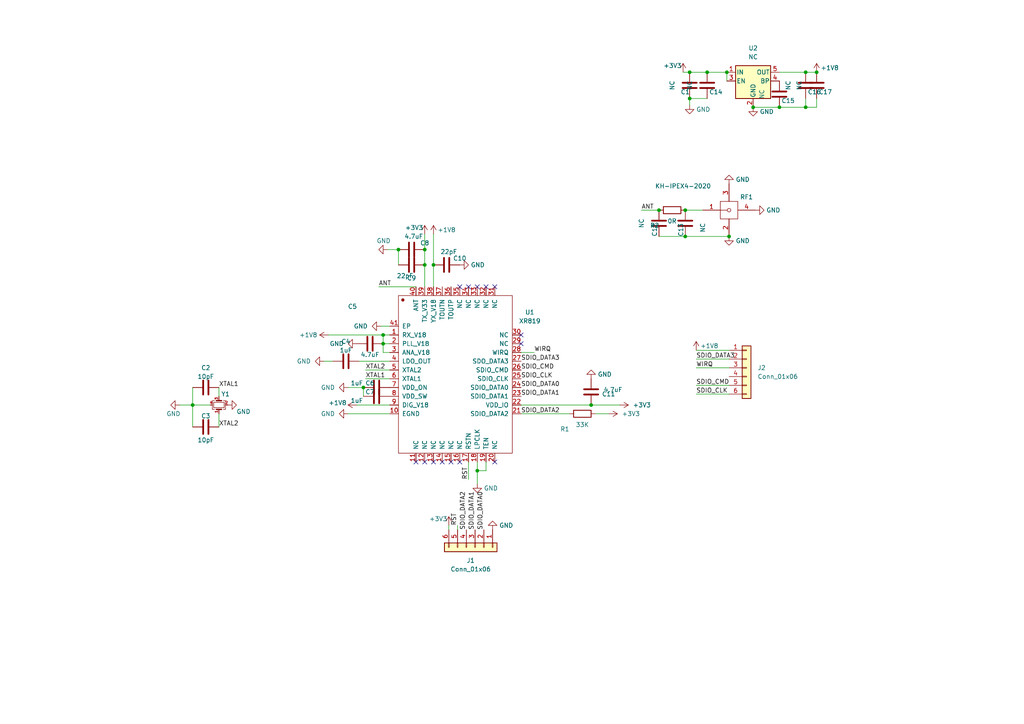
<source format=kicad_sch>
(kicad_sch (version 20211123) (generator eeschema)
  (paper "A4")
  (lib_symbols
    (symbol "Connector_Generic:Conn_01x06" (pin_names (offset 1.016) hide)
      (property "Reference" "J" (at 0 7.62 0))
      (property "Value" "Conn_01x06" (at 0 -10.16 0))
      (symbol "Conn_01x06_1_1"
        (rectangle (start -1.27 -7.493) (end 0 -7.747) (stroke (width 0.1524)))
        (rectangle (start -1.27 -4.953) (end 0 -5.207) (stroke (width 0.1524)))
        (rectangle (start -1.27 -2.413) (end 0 -2.667) (stroke (width 0.1524)))
        (rectangle (start -1.27 0.127) (end 0 -0.127) (stroke (width 0.1524)))
        (rectangle (start -1.27 2.667) (end 0 2.413) (stroke (width 0.1524)))
        (rectangle (start -1.27 5.207) (end 0 4.953) (stroke (width 0.1524)))
        (rectangle (start -1.27 6.35) (end 1.27 -8.89) (stroke (width 0.254)) (fill (type background)))
        (pin passive line (at -5.08 5.08 0) (length 3.81) (name "Pin_1") (number "1"))
        (pin passive line (at -5.08 2.54 0) (length 3.81) (name "Pin_2") (number "2"))
        (pin passive line (at -5.08 0 0) (length 3.81) (name "Pin_3") (number "3"))
        (pin passive line (at -5.08 -2.54 0) (length 3.81) (name "Pin_4") (number "4"))
        (pin passive line (at -5.08 -5.08 0) (length 3.81) (name "Pin_5") (number "5"))
        (pin passive line (at -5.08 -7.62 0) (length 3.81) (name "Pin_6") (number "6"))
      )
    )
    (symbol "Device:C" (pin_numbers hide) (pin_names (offset 0.254))
      (property "Reference" "C" (at 0.635 2.54 0))
      (property "Value" "C" (at 0.635 -2.54 0))
      (symbol "C_0_1"
        (polyline (pts (xy -2.032 -0.762) (xy 2.032 -0.762)) (stroke (width 0.508)))
        (polyline (pts (xy -2.032 0.762) (xy 2.032 0.762)) (stroke (width 0.508)))
      )
      (symbol "C_1_1"
        (pin passive line (at 0 3.81 270) (length 2.794) (name "~") (number "1"))
        (pin passive line (at 0 -3.81 90) (length 2.794) (name "~") (number "2"))
      )
    )
    (symbol "Device:Crystal_GND24_Small" (pin_names (offset 1.016) hide)
      (property "Reference" "Y" (at 1.27 4.445 0))
      (property "Value" "Crystal_GND24_Small" (at 1.27 2.54 0))
      (symbol "Crystal_GND24_Small_0_1"
        (rectangle (start -0.762 -1.524) (end 0.762 1.524))
        (polyline (pts (xy -1.27 -0.762) (xy -1.27 0.762)) (stroke (width 0.381)))
        (polyline (pts (xy 1.27 -0.762) (xy 1.27 0.762)) (stroke (width 0.381)))
        (polyline (pts (xy -1.27 -1.27) (xy -1.27 -1.905) (xy 1.27 -1.905) (xy 1.27 -1.27)))
        (polyline (pts (xy -1.27 1.27) (xy -1.27 1.905) (xy 1.27 1.905) (xy 1.27 1.27)))
      )
      (symbol "Crystal_GND24_Small_1_1"
        (pin passive line (at -2.54 0 0) (length 1.27) (name "1") (number "1"))
        (pin passive line (at 0 -2.54 90) (length 0.635) (name "2") (number "2"))
        (pin passive line (at 2.54 0 180) (length 1.27) (name "3") (number "3"))
        (pin passive line (at 0 2.54 270) (length 0.635) (name "4") (number "4"))
      )
    )
    (symbol "Device:R" (pin_numbers hide) (pin_names (offset 0))
      (property "Reference" "R" (at 2.032 0 90))
      (property "Value" "R" (at 0 0 90))
      (symbol "R_0_1"
        (rectangle (start -1.016 -2.54) (end 1.016 2.54) (stroke (width 0.254)))
      )
      (symbol "R_1_1"
        (pin passive line (at 0 3.81 270) (length 1.27) (name "~") (number "1"))
        (pin passive line (at 0 -3.81 90) (length 1.27) (name "~") (number "2"))
      )
    )
    (symbol "Regulator_Linear:SPX3819M5-L-1-8" (pin_names (offset 0.254))
      (property "Reference" "U" (at -3.81 5.715 0))
      (property "Value" "SPX3819M5-L-1-8" (at 0 5.715 0))
      (symbol "SPX3819M5-L-1-8_0_1"
        (rectangle (start -5.08 4.445) (end 5.08 -5.08) (stroke (width 0.254)) (fill (type background)))
      )
      (symbol "SPX3819M5-L-1-8_1_1"
        (pin power_in line (at -7.62 2.54 0) (length 2.54) (name "IN") (number "1"))
        (pin power_in line (at 0 -7.62 90) (length 2.54) (name "GND") (number "2"))
        (pin input line (at -7.62 0 0) (length 2.54) (name "EN") (number "3"))
        (pin input line (at 7.62 0 180) (length 2.54) (name "BP") (number "4"))
        (pin power_out line (at 7.62 2.54 180) (length 2.54) (name "OUT") (number "5"))
      )
    )
    (symbol "ic:KH-IPEX4-2020" (pin_names (offset 1.016) hide)
      (property "Reference" "RF" (at 0 10.668 0))
      (property "Value" "KH-IPEX4-2020" (at 0 15.748 0))
      (symbol "KH-IPEX4-2020_1_1"
        (rectangle (start -2.54 2.54) (end 2.54 -2.54) (stroke (width 0.1524)))
        (polyline (pts (xy 0.508 0) (xy 2.54 0)) (stroke (width 0.1524)))
        (circle (center 0 0) (radius 0.508) (stroke (width 0.1524)))
        (pin input line (at 7.62 0 180) (length 5.08) (name "1") (number "1"))
        (pin input line (at 0 7.62 270) (length 5.08) (name "2") (number "2"))
        (pin input line (at 0 -7.62 90) (length 5.08) (name "3") (number "3"))
        (pin input line (at -7.62 0 0) (length 5.08) (name "4") (number "4"))
      )
    )
    (symbol "ic:XR819" (pin_names (offset 1.016))
      (property "Reference" "U" (at 0 28.5496 0))
      (property "Value" "XR819" (at 0 33.6296 0))
      (symbol "XR819_1_1"
        (rectangle (start -16.51 22.86) (end 16.51 -22.86) (stroke (width 0.1524)))
        (circle (center -15.24 21.59) (radius 0.381) (stroke (width 0.1524)) (fill (type outline)))
        (text "RX_V18" (at -26.67 27.94 0) (effects (font (size 1.27 1.27)) (justify left)))
        (pin input line (at -19.05 11.43 0) (length 2.54) (name "RX_V18") (number "1"))
        (pin input line (at -19.05 -11.43 0) (length 2.54) (name "EGND") (number "10"))
        (pin input line (at -11.43 -25.4 90) (length 2.54) (name "NC") (number "11"))
        (pin input line (at -8.89 -25.4 90) (length 2.54) (name "NC") (number "12"))
        (pin input line (at -6.35 -25.4 90) (length 2.54) (name "NC") (number "13"))
        (pin input line (at -3.81 -25.4 90) (length 2.54) (name "NC") (number "14"))
        (pin input line (at -1.27 -25.4 90) (length 2.54) (name "NC") (number "15"))
        (pin input line (at 1.27 -25.4 90) (length 2.54) (name "NC") (number "16"))
        (pin input line (at 3.81 -25.4 90) (length 2.54) (name "RSTN") (number "17"))
        (pin input line (at 6.35 -25.4 90) (length 2.54) (name "LPCLK") (number "18"))
        (pin input line (at 8.89 -25.4 90) (length 2.54) (name "TEN") (number "19"))
        (pin input line (at -19.05 8.89 0) (length 2.54) (name "PLL_V18") (number "2"))
        (pin input line (at 11.43 -25.4 90) (length 2.54) (name "NC") (number "20"))
        (pin input line (at 19.05 -11.43 180) (length 2.54) (name "SDIO_DATA2") (number "21"))
        (pin input line (at 19.05 -8.89 180) (length 2.54) (name "VDD_IO") (number "22"))
        (pin input line (at 19.05 -6.35 180) (length 2.54) (name "SDIO_DATA1") (number "23"))
        (pin input line (at 19.05 -3.81 180) (length 2.54) (name "SDIO_DATA0") (number "24"))
        (pin input line (at 19.05 -1.27 180) (length 2.54) (name "SDIO_CLK") (number "25"))
        (pin input line (at 19.05 1.27 180) (length 2.54) (name "SDIO_CMD") (number "26"))
        (pin input line (at 19.05 3.81 180) (length 2.54) (name "SDO_DATA3") (number "27"))
        (pin input line (at 19.05 6.35 180) (length 2.54) (name "WIRQ") (number "28"))
        (pin input line (at 19.05 8.89 180) (length 2.54) (name "NC") (number "29"))
        (pin input line (at -19.05 6.35 0) (length 2.54) (name "ANA_V18") (number "3"))
        (pin input line (at 19.05 11.43 180) (length 2.54) (name "NC") (number "30"))
        (pin input line (at 11.43 25.4 270) (length 2.54) (name "NC") (number "31"))
        (pin input line (at 8.89 25.4 270) (length 2.54) (name "NC") (number "32"))
        (pin input line (at 6.35 25.4 270) (length 2.54) (name "NC") (number "33"))
        (pin input line (at 3.81 25.4 270) (length 2.54) (name "NC") (number "34"))
        (pin input line (at 1.27 25.4 270) (length 2.54) (name "NC") (number "35"))
        (pin input line (at -1.27 25.4 270) (length 2.54) (name "TOUTP") (number "36"))
        (pin input line (at -3.81 25.4 270) (length 2.54) (name "TOUTN") (number "37"))
        (pin input line (at -6.35 25.4 270) (length 2.54) (name "YX_V18") (number "38"))
        (pin input line (at -8.89 25.4 270) (length 2.54) (name "TX_V33") (number "39"))
        (pin input line (at -19.05 3.81 0) (length 2.54) (name "LDO_OUT") (number "4"))
        (pin input line (at -11.43 25.4 270) (length 2.54) (name "ANT") (number "40"))
        (pin input line (at -19.05 13.97 0) (length 2.54) (name "EP") (number "41"))
        (pin input line (at -19.05 1.27 0) (length 2.54) (name "XTAL2") (number "5"))
        (pin input line (at -19.05 -1.27 0) (length 2.54) (name "XTAL1") (number "6"))
        (pin input line (at -19.05 -3.81 0) (length 2.54) (name "VDD_ON") (number "7"))
        (pin input line (at -19.05 -6.35 0) (length 2.54) (name "VDD_SW") (number "8"))
        (pin input line (at -19.05 -8.89 0) (length 2.54) (name "DIG_V18") (number "9"))
      )
    )
    (symbol "power:+1V8" (power) (pin_names (offset 0))
      (property "Value" "+1V8" (at 0 3.556 0))
      (symbol "+1V8_0_1"
        (polyline (pts (xy -0.762 1.27) (xy 0 2.54)))
        (polyline (pts (xy 0 0) (xy 0 2.54)))
        (polyline (pts (xy 0 2.54) (xy 0.762 1.27)))
      )
      (symbol "+1V8_1_1"
        (pin power_in line (at 0 0 90) (length 0) hide (name "+1V8") (number "1"))
      )
    )
    (symbol "power:+3V3" (power) (pin_names (offset 0))
      (property "Value" "+3V3" (at 0 3.556 0))
      (symbol "+3V3_0_1"
        (polyline (pts (xy -0.762 1.27) (xy 0 2.54)))
        (polyline (pts (xy 0 0) (xy 0 2.54)))
        (polyline (pts (xy 0 2.54) (xy 0.762 1.27)))
      )
      (symbol "+3V3_1_1"
        (pin power_in line (at 0 0 90) (length 0) hide (name "+3V3") (number "1"))
      )
    )
    (symbol "power:GND" (power) (pin_names (offset 0))
      (property "Value" "GND" (at 0 -3.81 0))
      (symbol "GND_0_1"
        (polyline (pts (xy 0 0) (xy 0 -1.27) (xy 1.27 -1.27) (xy 0 -2.54) (xy -1.27 -1.27) (xy 0 -1.27)))
      )
      (symbol "GND_1_1"
        (pin power_in line (at 0 0 270) (length 0) hide (name "GND") (number "1"))
      )
    )
  )
  (junction (at 105.41 112.395))
  (junction (at 233.68 20.955))
  (junction (at 138.43 136.525))
  (junction (at 211.455 68.58))
  (junction (at 111.125 99.695))
  (junction (at 55.88 117.475))
  (junction (at 200.025 28.575))
  (junction (at 218.44 31.115))
  (junction (at 236.855 20.955))
  (junction (at 123.19 72.39))
  (junction (at 115.57 72.39))
  (junction (at 191.135 60.96))
  (junction (at 198.755 60.96))
  (junction (at 171.45 117.475))
  (junction (at 233.68 31.115))
  (junction (at 198.755 68.58))
  (junction (at 226.06 31.115))
  (junction (at 111.125 97.155))
  (junction (at 123.19 76.835))
  (junction (at 200.025 20.955))
  (junction (at 210.82 20.955))
  (junction (at 205.105 20.955))
  (junction (at 125.73 76.835))
  (no_connect (at 133.35 133.985))
  (no_connect (at 143.51 133.985))
  (no_connect (at 130.81 133.985))
  (no_connect (at 128.27 133.985))
  (no_connect (at 125.73 133.985))
  (no_connect (at 123.19 133.985))
  (no_connect (at 120.65 133.985))
  (no_connect (at 151.13 97.155))
  (no_connect (at 151.13 99.695))
  (no_connect (at 133.35 83.185))
  (no_connect (at 135.89 83.185))
  (no_connect (at 138.43 83.185))
  (no_connect (at 140.97 83.185))
  (no_connect (at 143.51 83.185))
  (wire (pts (xy 179.705 117.475) (xy 171.45 117.475)))
  (wire (pts (xy 201.93 106.68) (xy 211.455 106.68)))
  (wire (pts (xy 106.045 109.855) (xy 113.03 109.855)))
  (wire (pts (xy 111.125 97.155) (xy 113.03 97.155)))
  (wire (pts (xy 138.43 136.525) (xy 138.43 133.985)))
  (wire (pts (xy 198.755 68.58) (xy 211.455 68.58)))
  (wire (pts (xy 135.89 139.065) (xy 135.89 133.985)))
  (wire (pts (xy 140.97 136.525) (xy 138.43 136.525)))
  (wire (pts (xy 112.395 72.39) (xy 115.57 72.39)))
  (wire (pts (xy 123.19 67.945) (xy 123.19 72.39)))
  (wire (pts (xy 186.055 60.96) (xy 191.135 60.96)))
  (wire (pts (xy 205.105 20.955) (xy 210.82 20.955)))
  (wire (pts (xy 200.025 30.48) (xy 200.025 28.575)))
  (wire (pts (xy 191.135 68.58) (xy 198.755 68.58)))
  (wire (pts (xy 201.93 111.76) (xy 211.455 111.76)))
  (wire (pts (xy 201.93 104.14) (xy 211.455 104.14)))
  (wire (pts (xy 132.715 152.4) (xy 132.715 153.67)))
  (wire (pts (xy 93.98 104.775) (xy 96.52 104.775)))
  (wire (pts (xy 200.025 20.955) (xy 205.105 20.955)))
  (wire (pts (xy 210.82 23.495) (xy 210.82 20.955)))
  (wire (pts (xy 63.5 123.825) (xy 63.5 120.015)))
  (wire (pts (xy 125.73 67.945) (xy 125.73 76.835)))
  (wire (pts (xy 233.68 20.955) (xy 226.06 20.955)))
  (wire (pts (xy 100.965 120.015) (xy 113.03 120.015)))
  (wire (pts (xy 105.41 112.395) (xy 105.41 114.935)))
  (wire (pts (xy 106.045 107.315) (xy 113.03 107.315)))
  (wire (pts (xy 111.125 99.695) (xy 111.125 102.235)))
  (wire (pts (xy 236.855 20.955) (xy 233.68 20.955)))
  (wire (pts (xy 104.14 104.775) (xy 113.03 104.775)))
  (wire (pts (xy 109.855 83.185) (xy 120.65 83.185)))
  (wire (pts (xy 130.175 152.4) (xy 130.175 153.67)))
  (wire (pts (xy 236.855 28.575) (xy 236.855 31.115)))
  (wire (pts (xy 201.93 101.6) (xy 211.455 101.6)))
  (wire (pts (xy 111.125 99.695) (xy 111.125 97.155)))
  (wire (pts (xy 55.88 123.825) (xy 55.88 117.475)))
  (wire (pts (xy 63.5 112.395) (xy 63.5 114.935)))
  (wire (pts (xy 233.68 31.115) (xy 226.06 31.115)))
  (wire (pts (xy 138.43 140.335) (xy 138.43 136.525)))
  (wire (pts (xy 125.73 76.835) (xy 125.73 83.185)))
  (wire (pts (xy 236.855 31.115) (xy 233.68 31.115)))
  (wire (pts (xy 154.94 102.235) (xy 151.13 102.235)))
  (wire (pts (xy 198.12 20.955) (xy 200.025 20.955)))
  (wire (pts (xy 55.88 112.395) (xy 55.88 117.475)))
  (wire (pts (xy 52.07 117.475) (xy 55.88 117.475)))
  (wire (pts (xy 176.53 120.015) (xy 172.72 120.015)))
  (wire (pts (xy 110.49 94.615) (xy 113.03 94.615)))
  (wire (pts (xy 171.45 117.475) (xy 151.13 117.475)))
  (wire (pts (xy 111.125 102.235) (xy 113.03 102.235)))
  (wire (pts (xy 198.755 60.96) (xy 203.835 60.96)))
  (wire (pts (xy 123.19 76.835) (xy 123.19 83.185)))
  (wire (pts (xy 233.68 28.575) (xy 233.68 31.115)))
  (wire (pts (xy 218.44 31.115) (xy 226.06 31.115)))
  (wire (pts (xy 100.965 112.395) (xy 105.41 112.395)))
  (wire (pts (xy 165.1 120.015) (xy 151.13 120.015)))
  (wire (pts (xy 115.57 72.39) (xy 115.57 76.835)))
  (wire (pts (xy 113.03 99.695) (xy 111.125 99.695)))
  (wire (pts (xy 201.93 114.3) (xy 211.455 114.3)))
  (wire (pts (xy 55.88 117.475) (xy 60.96 117.475)))
  (wire (pts (xy 103.505 117.475) (xy 113.03 117.475)))
  (wire (pts (xy 140.97 133.985) (xy 140.97 136.525)))
  (wire (pts (xy 123.19 72.39) (xy 123.19 76.835)))
  (wire (pts (xy 95.25 97.155) (xy 111.125 97.155)))
  (wire (pts (xy 200.025 28.575) (xy 205.105 28.575)))
  (label "SDIO_CMD" (at 151.13 107.315 0))
  (label "WIRQ" (at 154.94 102.235 0))
  (label "RST" (at 132.715 152.4 90))
  (label "ANT" (at 109.855 83.185 0))
  (label "XTAL2" (at 63.5 123.825 0))
  (label "WIRQ" (at 201.93 106.68 0))
  (label "SDIO_DATA2" (at 135.255 153.67 90))
  (label "ANT" (at 186.055 60.96 0))
  (label "SDIO_DATA0" (at 151.13 112.395 0))
  (label "SDIO_DATA2" (at 151.13 120.015 0))
  (label "SDIO_DATA1" (at 137.795 153.67 90))
  (label "SDIO_CMD" (at 201.93 111.76 0))
  (label "SDIO_DATA1" (at 151.13 114.935 0))
  (label "SDIO_CLK" (at 201.93 114.3 0))
  (label "SDIO_CLK" (at 151.13 109.855 0))
  (label "XTAL1" (at 106.045 109.855 0))
  (label "SDIO_DATA3" (at 151.13 104.775 0))
  (label "XTAL2" (at 106.045 107.315 0))
  (label "SDIO_DATA0" (at 140.335 153.67 90))
  (label "XTAL1" (at 63.5 112.395 0))
  (label "SDIO_DATA3" (at 201.93 104.14 0))
  (label "RST" (at 135.89 139.065 90))
  (symbol (lib_id "power:GND") (at 200.025 30.48 0) (unit 1)
    (property "Reference" "#PWR0123" (effects hide))
    (property "Value" "GND" (at 201.93 31.7499 0) (effects (justify left)))
  )
  (symbol (lib_id "power:+1V8") (at 95.25 97.155 90) (unit 1)
    (property "Reference" "#PWR0110" (effects hide))
    (property "Value" "+1V8" (at 92.075 97.1549 90) (effects (justify left)))
  )
  (symbol (lib_id "power:GND") (at 171.45 109.855 180) (unit 1)
    (property "Reference" "#PWR0121" (effects hide))
    (property "Value" "GND" (at 173.355 108.5849 0) (effects (justify right)))
  )
  (symbol (lib_id "power:+3V3") (at 198.12 20.955 0) (unit 1)
    (property "Reference" "#PWR0107" (effects hide))
    (property "Value" "+3V3" (at 192.405 19.05 0) (effects (justify left)))
  )
  (symbol (lib_id "Device:C") (at 198.755 64.77 180) (unit 1)
    (property "Reference" "C13" (at 197.485 66.675 90))
    (property "Value" "NC" (at 203.835 66.04 90))
    (property "Footprint" "Capacitor_SMD:C_0402_1005Metric" (effects hide))
  )
  (symbol (lib_id "power:+1V8") (at 236.855 20.955 0) (unit 1)
    (property "Reference" "#PWR0124" (effects hide))
    (property "Value" "+1V8" (at 240.665 19.685 0))
  )
  (symbol (lib_id "Device:C") (at 129.54 76.835 270) (unit 1)
    (property "Reference" "C10" (at 133.35 74.93 90))
    (property "Value" "22pF" (at 130.175 73.025 90))
    (property "Footprint" "Capacitor_SMD:C_0402_1005Metric" (effects hide))
  )
  (symbol (lib_id "power:GND") (at 66.04 117.475 90) (unit 1)
    (property "Reference" "#PWR0104" (effects hide))
    (property "Value" "GND" (at 68.58 119.38 90) (effects (justify right)))
  )
  (symbol (lib_id "Regulator_Linear:SPX3819M5-L-1-8") (at 218.44 23.495 0) (unit 1)
    (property "Reference" "U2" (at 218.44 13.97 0))
    (property "Value" "NC" (at 218.44 16.51 0))
    (property "Footprint" "Package_TO_SOT_SMD:SOT-23-5" (effects hide))
    (property "Datasheet" "https://www.exar.com/content/document.ashx?id=22106&languageid=1033&type=Datasheet&partnumber=SPX3819&filename=SPX3819.pdf&part=SPX3819" (effects hide))
  )
  (symbol (lib_id "Device:C") (at 119.38 72.39 270) (unit 1)
    (property "Reference" "C8" (at 123.19 70.485 90))
    (property "Value" "4.7uF" (at 120.015 68.58 90))
    (property "Footprint" "Capacitor_SMD:C_0402_1005Metric" (effects hide))
  )
  (symbol (lib_id "Device:C") (at 236.855 24.765 180) (unit 1)
    (property "Reference" "C17" (at 239.395 26.67 0))
    (property "Value" "NC" (at 231.775 24.765 90))
    (property "Footprint" "Capacitor_SMD:C_0402_1005Metric" (effects hide))
  )
  (symbol (lib_id "Device:R") (at 194.945 60.96 90) (unit 1)
    (property "Reference" "R2" (at 189.865 65.405 90))
    (property "Value" "0R" (at 194.945 64.135 90))
    (property "Footprint" "Resistor_SMD:R_0402_1005Metric" (effects hide))
  )
  (symbol (lib_id "Device:C") (at 191.135 64.77 180) (unit 1)
    (property "Reference" "C12" (at 189.865 66.675 90))
    (property "Value" "NC" (at 186.055 64.77 90))
    (property "Footprint" "Capacitor_SMD:C_0402_1005Metric" (effects hide))
  )
  (symbol (lib_id "Device:Crystal_GND24_Small") (at 63.5 117.475 90) (unit 1)
    (property "Reference" "Y1" (at 65.405 114.3 90))
    (property "Value" "Crystal_GND24_Small" (effects hide))
    (property "Footprint" "Crystal:Crystal_SMD_EuroQuartz_MT-4Pin_3.2x2.5mm" (effects hide))
  )
  (symbol (lib_id "power:GND") (at 219.075 60.96 90) (unit 1)
    (property "Reference" "#PWR0116" (effects hide))
    (property "Value" "GND" (at 222.25 60.9599 90) (effects (justify right)))
  )
  (symbol (lib_id "power:GND") (at 211.455 68.58 0) (unit 1)
    (property "Reference" "#PWR0117" (effects hide))
    (property "Value" "GND" (at 213.36 69.8499 0) (effects (justify left)))
  )
  (symbol (lib_id "power:GND") (at 133.35 76.835 90) (unit 1)
    (property "Reference" "#PWR0112" (effects hide))
    (property "Value" "GND" (at 136.525 76.8349 90) (effects (justify right)))
  )
  (symbol (lib_id "power:GND") (at 218.44 31.115 0) (unit 1)
    (property "Reference" "#PWR0108" (effects hide))
    (property "Value" "GND" (at 220.345 32.3849 0) (effects (justify left)))
  )
  (symbol (lib_id "Device:R") (at 168.91 120.015 90) (unit 1)
    (property "Reference" "R1" (at 163.83 124.46 90))
    (property "Value" "33K" (at 168.91 123.19 90))
    (property "Footprint" "Resistor_SMD:R_0402_1005Metric" (effects hide))
  )
  (symbol (lib_id "power:+1V8") (at 125.73 67.945 0) (unit 1)
    (property "Reference" "#PWR0113" (effects hide))
    (property "Value" "+1V8" (at 129.54 66.675 0))
  )
  (symbol (lib_id "Device:C") (at 200.025 24.765 180) (unit 1)
    (property "Reference" "C1" (at 198.755 26.67 0))
    (property "Value" "NC" (at 194.945 24.765 90))
    (property "Footprint" "Capacitor_SMD:C_0402_1005Metric" (effects hide))
  )
  (symbol (lib_id "power:GND") (at 110.49 94.615 270) (unit 1)
    (property "Reference" "#PWR0106" (effects hide))
    (property "Value" "GND" (at 106.68 94.6149 90) (effects (justify right)))
  )
  (symbol (lib_id "power:+3V3") (at 123.19 67.945 0) (unit 1)
    (property "Reference" "#PWR0115" (effects hide))
    (property "Value" "+3V3" (at 117.475 66.04 0) (effects (justify left)))
  )
  (symbol (lib_id "Device:C") (at 119.38 76.835 270) (unit 1)
    (property "Reference" "C9" (at 119.38 80.645 90))
    (property "Value" "22pF" (at 117.475 80.01 90))
    (property "Footprint" "Capacitor_SMD:C_0402_1005Metric" (effects hide))
  )
  (symbol (lib_id "power:+1V8") (at 103.505 117.475 90) (unit 1)
    (property "Reference" "#PWR0103" (effects hide))
    (property "Value" "+1V8" (at 95.25 116.84 90) (effects (justify right)))
  )
  (symbol (lib_id "Device:C") (at 205.105 24.765 180) (unit 1)
    (property "Reference" "C14" (at 207.645 26.67 0))
    (property "Value" "NC" (at 200.025 24.765 90))
    (property "Footprint" "Capacitor_SMD:C_0402_1005Metric" (effects hide))
  )
  (symbol (lib_id "Device:C") (at 233.68 24.765 180) (unit 1)
    (property "Reference" "C16" (at 236.22 26.67 0))
    (property "Value" "NC" (at 228.6 24.765 90))
    (property "Footprint" "Capacitor_SMD:C_0402_1005Metric" (effects hide))
  )
  (symbol (lib_id "Device:C") (at 59.69 123.825 90) (unit 1)
    (property "Reference" "C3" (at 59.69 120.65 90))
    (property "Value" "10pF" (at 59.69 127.635 90))
    (property "Footprint" "Capacitor_SMD:C_0402_1005Metric" (effects hide))
  )
  (symbol (lib_id "power:GND") (at 100.965 112.395 270) (unit 1)
    (property "Reference" "#PWR0101" (effects hide))
    (property "Value" "GND" (at 97.155 112.3949 90) (effects (justify right)))
  )
  (symbol (lib_id "power:GND") (at 112.395 72.39 270) (unit 1)
    (property "Reference" "#PWR0114" (effects hide))
    (property "Value" "GND" (at 109.22 69.85 90) (effects (justify left)))
  )
  (symbol (lib_id "Device:C") (at 109.22 114.935 90) (unit 1)
    (property "Reference" "C7" (at 107.315 113.665 90))
    (property "Value" "1uF" (at 103.505 116.205 90))
    (property "Footprint" "Capacitor_SMD:C_0402_1005Metric" (effects hide))
  )
  (symbol (lib_id "power:GND") (at 103.505 99.695 270) (unit 1)
    (property "Reference" "#PWR0122" (effects hide))
    (property "Value" "GND" (at 99.695 99.6949 90) (effects (justify right)))
  )
  (symbol (lib_id "Connector_Generic:Conn_01x06") (at 216.535 106.68 0) (unit 1)
    (property "Reference" "J2" (at 219.71 106.6799 0) (effects (justify left)))
    (property "Value" "Conn_01x06" (at 219.71 109.2199 0) (effects (justify left)))
    (property "Footprint" "Connector_PinHeader_2.00mm:PinHeader_1x06_P2.00mm_Vertical" (effects hide))
  )
  (symbol (lib_id "Device:C") (at 59.69 112.395 90) (unit 1)
    (property "Reference" "C2" (at 59.69 106.68 90))
    (property "Value" "10pF" (at 59.69 109.22 90))
    (property "Footprint" "Capacitor_SMD:C_0402_1005Metric" (effects hide))
  )
  (symbol (lib_id "Device:C") (at 226.06 27.305 180) (unit 1)
    (property "Reference" "C15" (at 228.6 29.21 0))
    (property "Value" "NC" (at 220.98 27.305 90))
    (property "Footprint" "Capacitor_SMD:C_0402_1005Metric" (effects hide))
  )
  (symbol (lib_id "Device:C") (at 100.33 104.775 90) (unit 1)
    (property "Reference" "C4" (at 100.33 99.06 90))
    (property "Value" "1uF" (at 100.33 101.6 90))
    (property "Footprint" "Capacitor_SMD:C_0402_1005Metric" (effects hide))
  )
  (symbol (lib_id "power:GND") (at 52.07 117.475 270) (unit 1)
    (property "Reference" "#PWR0105" (effects hide))
    (property "Value" "GND" (at 48.26 120.015 90) (effects (justify left)))
  )
  (symbol (lib_id "ic:XR819") (at 132.08 108.585 0) (unit 1)
    (property "Reference" "U1" (at 153.67 90.5762 0))
    (property "Value" "XR819" (at 153.67 93.1162 0))
    (property "Footprint" "kicad_lceda:QFN-40_L5.0-W5.0-P0.40-TL-EP3.4" (effects hide))
    (property "SuppliersPartNumber" "C9900000026" (effects hide))
    (property "uuid" "std:970cf4f533334f2b9c7c9e1669a7a8cb" (effects hide))
  )
  (symbol (lib_id "power:+3V3") (at 176.53 120.015 270) (unit 1)
    (property "Reference" "#PWR0119" (effects hide))
    (property "Value" "+3V3" (at 180.34 120.0149 90) (effects (justify left)))
  )
  (symbol (lib_id "ic:KH-IPEX4-2020") (at 211.455 60.96 180) (unit 1)
    (property "Reference" "RF1" (at 216.535 57.15 0))
    (property "Value" "KH-IPEX4-2020" (at 198.12 53.975 0))
    (property "Footprint" "kicad_lceda:IPEX4-SMD_4P-L1.8-W1.7-LS2.0-L_KH-IPEX4-2020" (effects hide))
    (property "Datasheet" "http://www.szlcsc.com/product/details_551000.html" (effects hide))
    (property "SuppliersPartNumber" "C530666" (effects hide))
    (property "uuid" "std:11773c9293ab4d48bbb2d97051971d3c" (effects hide))
  )
  (symbol (lib_id "power:GND") (at 142.875 153.67 180) (unit 1)
    (property "Reference" "#PWR02" (effects hide))
    (property "Value" "GND" (at 144.78 152.3999 0) (effects (justify right)))
  )
  (symbol (lib_id "Device:C") (at 107.315 99.695 270) (unit 1)
    (property "Reference" "C5" (at 102.235 88.9 90))
    (property "Value" "4.7uF" (at 107.315 102.87 90))
    (property "Footprint" "Capacitor_SMD:C_0402_1005Metric" (effects hide))
  )
  (symbol (lib_id "power:+1V8") (at 201.93 101.6 0) (unit 1)
    (property "Reference" "#PWR?" (effects hide))
    (property "Value" "+1V8" (at 205.74 100.33 0))
  )
  (symbol (lib_id "power:GND") (at 93.98 104.775 270) (unit 1)
    (property "Reference" "#PWR0109" (effects hide))
    (property "Value" "GND" (at 90.17 104.7749 90) (effects (justify right)))
  )
  (symbol (lib_id "power:GND") (at 138.43 140.335 0) (unit 1)
    (property "Reference" "#PWR0111" (effects hide))
    (property "Value" "GND" (at 140.335 141.6049 0) (effects (justify left)))
  )
  (symbol (lib_id "power:+3V3") (at 179.705 117.475 270) (unit 1)
    (property "Reference" "#PWR0120" (effects hide))
    (property "Value" "+3V3" (at 183.515 117.4749 90) (effects (justify left)))
  )
  (symbol (lib_id "Device:C") (at 171.45 113.665 180) (unit 1)
    (property "Reference" "C11" (at 176.53 114.3 0))
    (property "Value" "4.7uF" (at 177.8 113.03 0))
    (property "Footprint" "Capacitor_SMD:C_0402_1005Metric" (effects hide))
  )
  (symbol (lib_id "power:GND") (at 211.455 53.34 180) (unit 1)
    (property "Reference" "#PWR0118" (effects hide))
    (property "Value" "GND" (at 213.36 52.0699 0) (effects (justify right)))
  )
  (symbol (lib_id "power:GND") (at 100.965 120.015 270) (unit 1)
    (property "Reference" "#PWR0102" (effects hide))
    (property "Value" "GND" (at 97.155 120.0149 90) (effects (justify right)))
  )
  (symbol (lib_id "power:+3V3") (at 130.175 152.4 0) (unit 1)
    (property "Reference" "#PWR01" (effects hide))
    (property "Value" "+3V3" (at 124.46 150.495 0) (effects (justify left)))
  )
  (symbol (lib_id "Connector_Generic:Conn_01x06") (at 137.795 158.75 270) (unit 1)
    (property "Reference" "J1" (at 136.525 162.56 90))
    (property "Value" "Conn_01x06" (at 136.525 165.1 90))
    (property "Footprint" "Connector_PinHeader_2.00mm:PinHeader_1x06_P2.00mm_Vertical" (effects hide))
  )
  (symbol (lib_id "Device:C") (at 109.22 112.395 90) (unit 1)
    (property "Reference" "C6" (at 107.315 111.125 90))
    (property "Value" "1uF" (at 103.505 111.125 90))
    (property "Footprint" "Capacitor_SMD:C_0402_1005Metric" (effects hide))
  )
)
</source>
